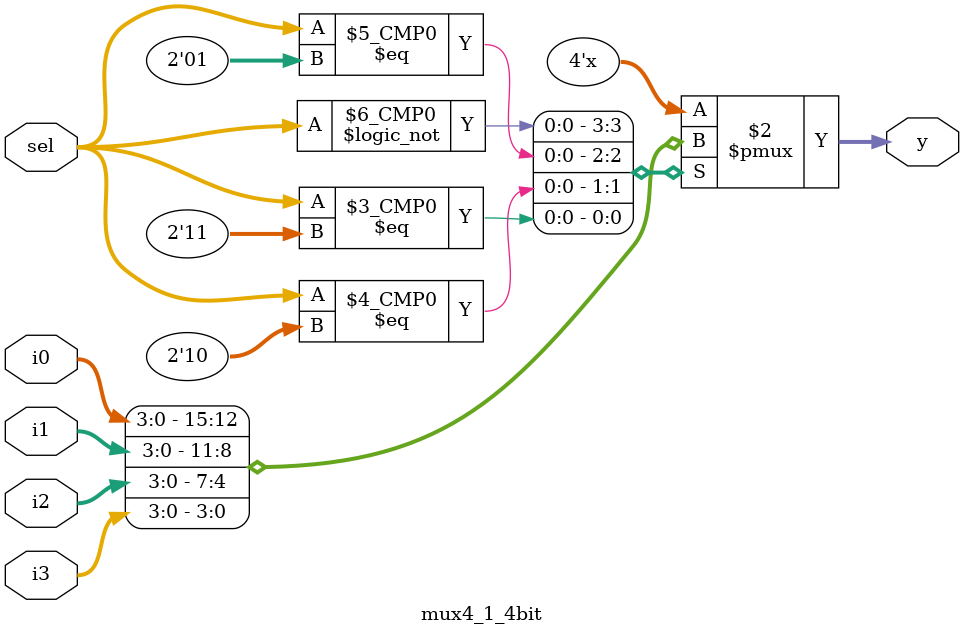
<source format=v>
`timescale 1ns / 1ps
module mux4_1_4bit(
    input [3:0] i0,
    input [3:0] i1,
    input [3:0] i2,
    input [3:0] i3,
    input [1:0] sel,
    output reg [3:0] y
    );
	 
	 always @(*)
	 begin
		 case (sel)
		  0: y = i0;
		  1: y = i1;
		  2: y = i2;
		  3: y = i3;
		 endcase
	 end
endmodule

</source>
